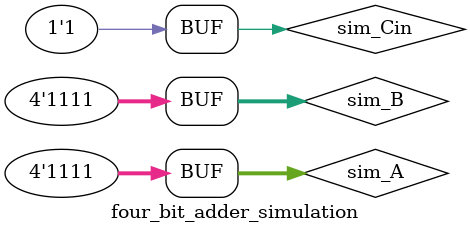
<source format=v>
`timescale 1ns / 1ps


module four_bit_adder_simulation(

    );
            
    reg [3:0] sim_A, sim_B;
    reg sim_Cin;
    
    wire [3:0] sim_S;
    wire sim_Cout;
    
    four_bit_adder simulation(.A(sim_A), .B(sim_B), .C0(sim_Cin), .S(sim_S), .C4(sim_Cout));
    
    initial
    begin
        sim_A = 4'b0000 ; sim_B = 4'b0000 ; sim_Cin = 0; #10;
        sim_A = 4'b1010 ; sim_B = 4'b0101 ; sim_Cin = 0; #10;
        sim_A = 4'b0011 ; sim_B = 4'b0011 ; sim_Cin = 0; #10;
        sim_A = 4'b1100 ; sim_B = 4'b0011 ; sim_Cin = 1; #10;
        sim_A = 4'b1111 ; sim_B = 4'b1111 ; sim_Cin = 1; #10;
    end 
    
endmodule

</source>
